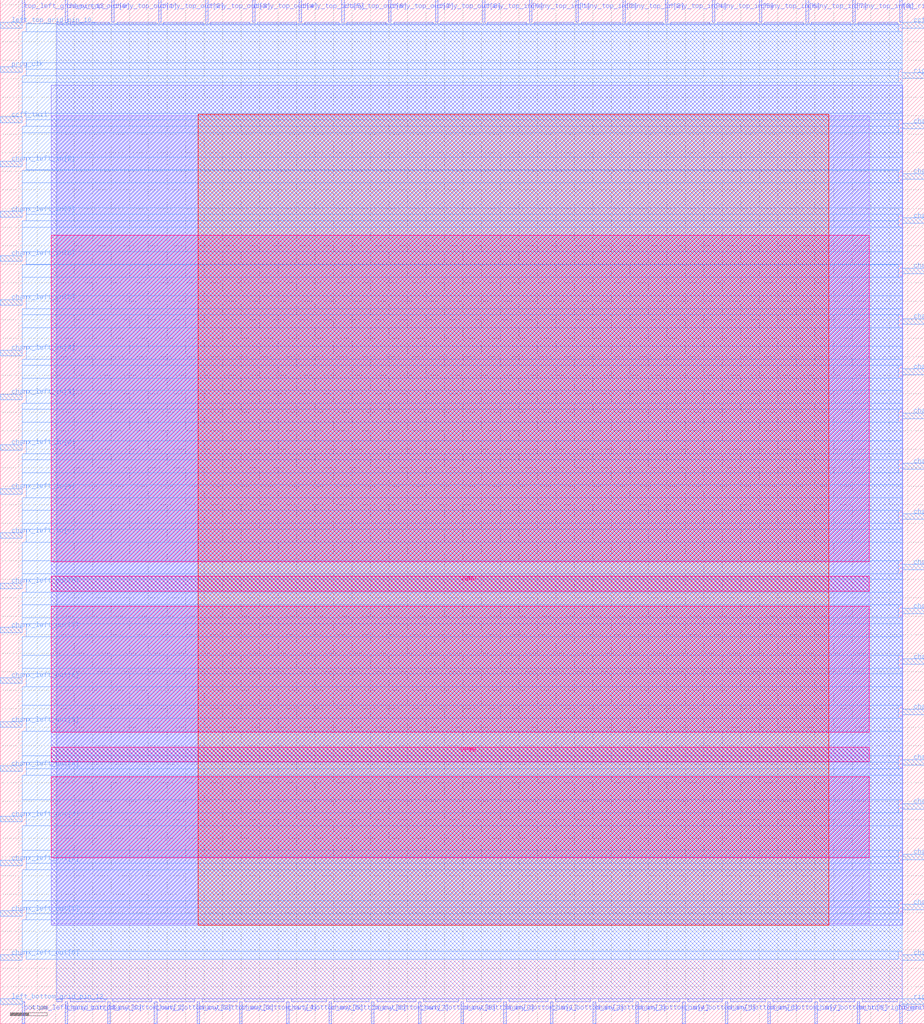
<source format=lef>
VERSION 5.7 ;
  NOWIREEXTENSIONATPIN ON ;
  DIVIDERCHAR "/" ;
  BUSBITCHARS "[]" ;
MACRO sb_1__1_
  CLASS BLOCK ;
  FOREIGN sb_1__1_ ;
  ORIGIN 0.000 0.000 ;
  SIZE 99.795 BY 110.515 ;
  PIN bottom_left_grid_pin_13_
    DIRECTION INPUT ;
    PORT
      LAYER met2 ;
        RECT 2.390 0.000 2.670 2.400 ;
    END
  END bottom_left_grid_pin_13_
  PIN bottom_right_grid_pin_11_
    DIRECTION INPUT ;
    PORT
      LAYER met2 ;
        RECT 92.550 0.000 92.830 2.400 ;
    END
  END bottom_right_grid_pin_11_
  PIN ccff_head
    DIRECTION INPUT ;
    PORT
      LAYER met3 ;
        RECT 97.395 107.480 99.795 108.080 ;
    END
  END ccff_head
  PIN ccff_tail
    DIRECTION OUTPUT TRISTATE ;
    PORT
      LAYER met3 ;
        RECT 0.000 97.280 2.400 97.880 ;
    END
  END ccff_tail
  PIN chanx_left_in[0]
    DIRECTION INPUT ;
    PORT
      LAYER met3 ;
        RECT 0.000 52.400 2.400 53.000 ;
    END
  END chanx_left_in[0]
  PIN chanx_left_in[1]
    DIRECTION INPUT ;
    PORT
      LAYER met3 ;
        RECT 0.000 57.160 2.400 57.760 ;
    END
  END chanx_left_in[1]
  PIN chanx_left_in[2]
    DIRECTION INPUT ;
    PORT
      LAYER met3 ;
        RECT 0.000 61.920 2.400 62.520 ;
    END
  END chanx_left_in[2]
  PIN chanx_left_in[3]
    DIRECTION INPUT ;
    PORT
      LAYER met3 ;
        RECT 0.000 67.360 2.400 67.960 ;
    END
  END chanx_left_in[3]
  PIN chanx_left_in[4]
    DIRECTION INPUT ;
    PORT
      LAYER met3 ;
        RECT 0.000 72.120 2.400 72.720 ;
    END
  END chanx_left_in[4]
  PIN chanx_left_in[5]
    DIRECTION INPUT ;
    PORT
      LAYER met3 ;
        RECT 0.000 77.560 2.400 78.160 ;
    END
  END chanx_left_in[5]
  PIN chanx_left_in[6]
    DIRECTION INPUT ;
    PORT
      LAYER met3 ;
        RECT 0.000 82.320 2.400 82.920 ;
    END
  END chanx_left_in[6]
  PIN chanx_left_in[7]
    DIRECTION INPUT ;
    PORT
      LAYER met3 ;
        RECT 0.000 87.080 2.400 87.680 ;
    END
  END chanx_left_in[7]
  PIN chanx_left_in[8]
    DIRECTION INPUT ;
    PORT
      LAYER met3 ;
        RECT 0.000 92.520 2.400 93.120 ;
    END
  END chanx_left_in[8]
  PIN chanx_left_out[0]
    DIRECTION OUTPUT TRISTATE ;
    PORT
      LAYER met3 ;
        RECT 0.000 6.840 2.400 7.440 ;
    END
  END chanx_left_out[0]
  PIN chanx_left_out[1]
    DIRECTION OUTPUT TRISTATE ;
    PORT
      LAYER met3 ;
        RECT 0.000 11.600 2.400 12.200 ;
    END
  END chanx_left_out[1]
  PIN chanx_left_out[2]
    DIRECTION OUTPUT TRISTATE ;
    PORT
      LAYER met3 ;
        RECT 0.000 17.040 2.400 17.640 ;
    END
  END chanx_left_out[2]
  PIN chanx_left_out[3]
    DIRECTION OUTPUT TRISTATE ;
    PORT
      LAYER met3 ;
        RECT 0.000 21.800 2.400 22.400 ;
    END
  END chanx_left_out[3]
  PIN chanx_left_out[4]
    DIRECTION OUTPUT TRISTATE ;
    PORT
      LAYER met3 ;
        RECT 0.000 27.240 2.400 27.840 ;
    END
  END chanx_left_out[4]
  PIN chanx_left_out[5]
    DIRECTION OUTPUT TRISTATE ;
    PORT
      LAYER met3 ;
        RECT 0.000 32.000 2.400 32.600 ;
    END
  END chanx_left_out[5]
  PIN chanx_left_out[6]
    DIRECTION OUTPUT TRISTATE ;
    PORT
      LAYER met3 ;
        RECT 0.000 36.760 2.400 37.360 ;
    END
  END chanx_left_out[6]
  PIN chanx_left_out[7]
    DIRECTION OUTPUT TRISTATE ;
    PORT
      LAYER met3 ;
        RECT 0.000 42.200 2.400 42.800 ;
    END
  END chanx_left_out[7]
  PIN chanx_left_out[8]
    DIRECTION OUTPUT TRISTATE ;
    PORT
      LAYER met3 ;
        RECT 0.000 46.960 2.400 47.560 ;
    END
  END chanx_left_out[8]
  PIN chanx_right_in[0]
    DIRECTION INPUT ;
    PORT
      LAYER met3 ;
        RECT 97.395 54.440 99.795 55.040 ;
    END
  END chanx_right_in[0]
  PIN chanx_right_in[1]
    DIRECTION INPUT ;
    PORT
      LAYER met3 ;
        RECT 97.395 59.880 99.795 60.480 ;
    END
  END chanx_right_in[1]
  PIN chanx_right_in[2]
    DIRECTION INPUT ;
    PORT
      LAYER met3 ;
        RECT 97.395 65.320 99.795 65.920 ;
    END
  END chanx_right_in[2]
  PIN chanx_right_in[3]
    DIRECTION INPUT ;
    PORT
      LAYER met3 ;
        RECT 97.395 70.080 99.795 70.680 ;
    END
  END chanx_right_in[3]
  PIN chanx_right_in[4]
    DIRECTION INPUT ;
    PORT
      LAYER met3 ;
        RECT 97.395 75.520 99.795 76.120 ;
    END
  END chanx_right_in[4]
  PIN chanx_right_in[5]
    DIRECTION INPUT ;
    PORT
      LAYER met3 ;
        RECT 97.395 80.960 99.795 81.560 ;
    END
  END chanx_right_in[5]
  PIN chanx_right_in[6]
    DIRECTION INPUT ;
    PORT
      LAYER met3 ;
        RECT 97.395 86.400 99.795 87.000 ;
    END
  END chanx_right_in[6]
  PIN chanx_right_in[7]
    DIRECTION INPUT ;
    PORT
      LAYER met3 ;
        RECT 97.395 91.160 99.795 91.760 ;
    END
  END chanx_right_in[7]
  PIN chanx_right_in[8]
    DIRECTION INPUT ;
    PORT
      LAYER met3 ;
        RECT 97.395 96.600 99.795 97.200 ;
    END
  END chanx_right_in[8]
  PIN chanx_right_out[0]
    DIRECTION OUTPUT TRISTATE ;
    PORT
      LAYER met3 ;
        RECT 97.395 6.840 99.795 7.440 ;
    END
  END chanx_right_out[0]
  PIN chanx_right_out[1]
    DIRECTION OUTPUT TRISTATE ;
    PORT
      LAYER met3 ;
        RECT 97.395 12.280 99.795 12.880 ;
    END
  END chanx_right_out[1]
  PIN chanx_right_out[2]
    DIRECTION OUTPUT TRISTATE ;
    PORT
      LAYER met3 ;
        RECT 97.395 17.720 99.795 18.320 ;
    END
  END chanx_right_out[2]
  PIN chanx_right_out[3]
    DIRECTION OUTPUT TRISTATE ;
    PORT
      LAYER met3 ;
        RECT 97.395 23.160 99.795 23.760 ;
    END
  END chanx_right_out[3]
  PIN chanx_right_out[4]
    DIRECTION OUTPUT TRISTATE ;
    PORT
      LAYER met3 ;
        RECT 97.395 27.920 99.795 28.520 ;
    END
  END chanx_right_out[4]
  PIN chanx_right_out[5]
    DIRECTION OUTPUT TRISTATE ;
    PORT
      LAYER met3 ;
        RECT 97.395 33.360 99.795 33.960 ;
    END
  END chanx_right_out[5]
  PIN chanx_right_out[6]
    DIRECTION OUTPUT TRISTATE ;
    PORT
      LAYER met3 ;
        RECT 97.395 38.800 99.795 39.400 ;
    END
  END chanx_right_out[6]
  PIN chanx_right_out[7]
    DIRECTION OUTPUT TRISTATE ;
    PORT
      LAYER met3 ;
        RECT 97.395 44.240 99.795 44.840 ;
    END
  END chanx_right_out[7]
  PIN chanx_right_out[8]
    DIRECTION OUTPUT TRISTATE ;
    PORT
      LAYER met3 ;
        RECT 97.395 49.000 99.795 49.600 ;
    END
  END chanx_right_out[8]
  PIN chany_bottom_in[0]
    DIRECTION INPUT ;
    PORT
      LAYER met2 ;
        RECT 49.770 0.000 50.050 2.400 ;
    END
  END chany_bottom_in[0]
  PIN chany_bottom_in[1]
    DIRECTION INPUT ;
    PORT
      LAYER met2 ;
        RECT 54.370 0.000 54.650 2.400 ;
    END
  END chany_bottom_in[1]
  PIN chany_bottom_in[2]
    DIRECTION INPUT ;
    PORT
      LAYER met2 ;
        RECT 59.430 0.000 59.710 2.400 ;
    END
  END chany_bottom_in[2]
  PIN chany_bottom_in[3]
    DIRECTION INPUT ;
    PORT
      LAYER met2 ;
        RECT 64.030 0.000 64.310 2.400 ;
    END
  END chany_bottom_in[3]
  PIN chany_bottom_in[4]
    DIRECTION INPUT ;
    PORT
      LAYER met2 ;
        RECT 68.630 0.000 68.910 2.400 ;
    END
  END chany_bottom_in[4]
  PIN chany_bottom_in[5]
    DIRECTION INPUT ;
    PORT
      LAYER met2 ;
        RECT 73.690 0.000 73.970 2.400 ;
    END
  END chany_bottom_in[5]
  PIN chany_bottom_in[6]
    DIRECTION INPUT ;
    PORT
      LAYER met2 ;
        RECT 78.290 0.000 78.570 2.400 ;
    END
  END chany_bottom_in[6]
  PIN chany_bottom_in[7]
    DIRECTION INPUT ;
    PORT
      LAYER met2 ;
        RECT 82.890 0.000 83.170 2.400 ;
    END
  END chany_bottom_in[7]
  PIN chany_bottom_in[8]
    DIRECTION INPUT ;
    PORT
      LAYER met2 ;
        RECT 87.950 0.000 88.230 2.400 ;
    END
  END chany_bottom_in[8]
  PIN chany_bottom_out[0]
    DIRECTION OUTPUT TRISTATE ;
    PORT
      LAYER met2 ;
        RECT 6.990 0.000 7.270 2.400 ;
    END
  END chany_bottom_out[0]
  PIN chany_bottom_out[1]
    DIRECTION OUTPUT TRISTATE ;
    PORT
      LAYER met2 ;
        RECT 11.590 0.000 11.870 2.400 ;
    END
  END chany_bottom_out[1]
  PIN chany_bottom_out[2]
    DIRECTION OUTPUT TRISTATE ;
    PORT
      LAYER met2 ;
        RECT 16.650 0.000 16.930 2.400 ;
    END
  END chany_bottom_out[2]
  PIN chany_bottom_out[3]
    DIRECTION OUTPUT TRISTATE ;
    PORT
      LAYER met2 ;
        RECT 21.250 0.000 21.530 2.400 ;
    END
  END chany_bottom_out[3]
  PIN chany_bottom_out[4]
    DIRECTION OUTPUT TRISTATE ;
    PORT
      LAYER met2 ;
        RECT 25.850 0.000 26.130 2.400 ;
    END
  END chany_bottom_out[4]
  PIN chany_bottom_out[5]
    DIRECTION OUTPUT TRISTATE ;
    PORT
      LAYER met2 ;
        RECT 30.910 0.000 31.190 2.400 ;
    END
  END chany_bottom_out[5]
  PIN chany_bottom_out[6]
    DIRECTION OUTPUT TRISTATE ;
    PORT
      LAYER met2 ;
        RECT 35.510 0.000 35.790 2.400 ;
    END
  END chany_bottom_out[6]
  PIN chany_bottom_out[7]
    DIRECTION OUTPUT TRISTATE ;
    PORT
      LAYER met2 ;
        RECT 40.110 0.000 40.390 2.400 ;
    END
  END chany_bottom_out[7]
  PIN chany_bottom_out[8]
    DIRECTION OUTPUT TRISTATE ;
    PORT
      LAYER met2 ;
        RECT 45.170 0.000 45.450 2.400 ;
    END
  END chany_bottom_out[8]
  PIN chany_top_in[0]
    DIRECTION INPUT ;
    PORT
      LAYER met2 ;
        RECT 52.070 108.115 52.350 110.515 ;
    END
  END chany_top_in[0]
  PIN chany_top_in[1]
    DIRECTION INPUT ;
    PORT
      LAYER met2 ;
        RECT 57.130 108.115 57.410 110.515 ;
    END
  END chany_top_in[1]
  PIN chany_top_in[2]
    DIRECTION INPUT ;
    PORT
      LAYER met2 ;
        RECT 62.190 108.115 62.470 110.515 ;
    END
  END chany_top_in[2]
  PIN chany_top_in[3]
    DIRECTION INPUT ;
    PORT
      LAYER met2 ;
        RECT 67.250 108.115 67.530 110.515 ;
    END
  END chany_top_in[3]
  PIN chany_top_in[4]
    DIRECTION INPUT ;
    PORT
      LAYER met2 ;
        RECT 71.850 108.115 72.130 110.515 ;
    END
  END chany_top_in[4]
  PIN chany_top_in[5]
    DIRECTION INPUT ;
    PORT
      LAYER met2 ;
        RECT 76.910 108.115 77.190 110.515 ;
    END
  END chany_top_in[5]
  PIN chany_top_in[6]
    DIRECTION INPUT ;
    PORT
      LAYER met2 ;
        RECT 81.970 108.115 82.250 110.515 ;
    END
  END chany_top_in[6]
  PIN chany_top_in[7]
    DIRECTION INPUT ;
    PORT
      LAYER met2 ;
        RECT 87.030 108.115 87.310 110.515 ;
    END
  END chany_top_in[7]
  PIN chany_top_in[8]
    DIRECTION INPUT ;
    PORT
      LAYER met2 ;
        RECT 92.090 108.115 92.370 110.515 ;
    END
  END chany_top_in[8]
  PIN chany_top_out[0]
    DIRECTION OUTPUT TRISTATE ;
    PORT
      LAYER met2 ;
        RECT 6.990 108.115 7.270 110.515 ;
    END
  END chany_top_out[0]
  PIN chany_top_out[1]
    DIRECTION OUTPUT TRISTATE ;
    PORT
      LAYER met2 ;
        RECT 12.050 108.115 12.330 110.515 ;
    END
  END chany_top_out[1]
  PIN chany_top_out[2]
    DIRECTION OUTPUT TRISTATE ;
    PORT
      LAYER met2 ;
        RECT 17.110 108.115 17.390 110.515 ;
    END
  END chany_top_out[2]
  PIN chany_top_out[3]
    DIRECTION OUTPUT TRISTATE ;
    PORT
      LAYER met2 ;
        RECT 22.170 108.115 22.450 110.515 ;
    END
  END chany_top_out[3]
  PIN chany_top_out[4]
    DIRECTION OUTPUT TRISTATE ;
    PORT
      LAYER met2 ;
        RECT 27.230 108.115 27.510 110.515 ;
    END
  END chany_top_out[4]
  PIN chany_top_out[5]
    DIRECTION OUTPUT TRISTATE ;
    PORT
      LAYER met2 ;
        RECT 32.290 108.115 32.570 110.515 ;
    END
  END chany_top_out[5]
  PIN chany_top_out[6]
    DIRECTION OUTPUT TRISTATE ;
    PORT
      LAYER met2 ;
        RECT 36.890 108.115 37.170 110.515 ;
    END
  END chany_top_out[6]
  PIN chany_top_out[7]
    DIRECTION OUTPUT TRISTATE ;
    PORT
      LAYER met2 ;
        RECT 41.950 108.115 42.230 110.515 ;
    END
  END chany_top_out[7]
  PIN chany_top_out[8]
    DIRECTION OUTPUT TRISTATE ;
    PORT
      LAYER met2 ;
        RECT 47.010 108.115 47.290 110.515 ;
    END
  END chany_top_out[8]
  PIN left_bottom_grid_pin_12_
    DIRECTION INPUT ;
    PORT
      LAYER met3 ;
        RECT 0.000 2.080 2.400 2.680 ;
    END
  END left_bottom_grid_pin_12_
  PIN left_top_grid_pin_10_
    DIRECTION INPUT ;
    PORT
      LAYER met3 ;
        RECT 0.000 107.480 2.400 108.080 ;
    END
  END left_top_grid_pin_10_
  PIN pReset
    DIRECTION INPUT ;
    PORT
      LAYER met2 ;
        RECT 97.150 0.000 97.430 2.400 ;
    END
  END pReset
  PIN prog_clk
    DIRECTION INPUT ;
    PORT
      LAYER met3 ;
        RECT 0.000 102.720 2.400 103.320 ;
    END
  END prog_clk
  PIN right_bottom_grid_pin_12_
    DIRECTION INPUT ;
    PORT
      LAYER met3 ;
        RECT 97.395 2.080 99.795 2.680 ;
    END
  END right_bottom_grid_pin_12_
  PIN right_top_grid_pin_10_
    DIRECTION INPUT ;
    PORT
      LAYER met3 ;
        RECT 97.395 102.040 99.795 102.640 ;
    END
  END right_top_grid_pin_10_
  PIN top_left_grid_pin_13_
    DIRECTION INPUT ;
    PORT
      LAYER met2 ;
        RECT 2.390 108.115 2.670 110.515 ;
    END
  END top_left_grid_pin_13_
  PIN top_right_grid_pin_11_
    DIRECTION INPUT ;
    PORT
      LAYER met2 ;
        RECT 97.150 108.115 97.430 110.515 ;
    END
  END top_right_grid_pin_11_
  PIN VPWR
    DIRECTION INPUT ;
    USE POWER ;
    PORT
      LAYER met5 ;
        RECT 5.520 28.260 93.840 29.860 ;
    END
  END VPWR
  PIN VGND
    DIRECTION INPUT ;
    USE GROUND ;
    PORT
      LAYER met5 ;
        RECT 5.520 46.680 93.840 48.280 ;
    END
  END VGND
  OBS
      LAYER li1 ;
        RECT 5.520 10.795 93.840 98.005 ;
      LAYER met1 ;
        RECT 5.520 10.640 97.450 101.280 ;
      LAYER met2 ;
        RECT 6.080 107.835 6.710 108.115 ;
        RECT 7.550 107.835 11.770 108.115 ;
        RECT 12.610 107.835 16.830 108.115 ;
        RECT 17.670 107.835 21.890 108.115 ;
        RECT 22.730 107.835 26.950 108.115 ;
        RECT 27.790 107.835 32.010 108.115 ;
        RECT 32.850 107.835 36.610 108.115 ;
        RECT 37.450 107.835 41.670 108.115 ;
        RECT 42.510 107.835 46.730 108.115 ;
        RECT 47.570 107.835 51.790 108.115 ;
        RECT 52.630 107.835 56.850 108.115 ;
        RECT 57.690 107.835 61.910 108.115 ;
        RECT 62.750 107.835 66.970 108.115 ;
        RECT 67.810 107.835 71.570 108.115 ;
        RECT 72.410 107.835 76.630 108.115 ;
        RECT 77.470 107.835 81.690 108.115 ;
        RECT 82.530 107.835 86.750 108.115 ;
        RECT 87.590 107.835 91.810 108.115 ;
        RECT 92.650 107.835 96.870 108.115 ;
        RECT 6.080 2.680 97.420 107.835 ;
        RECT 6.080 2.400 6.710 2.680 ;
        RECT 7.550 2.400 11.310 2.680 ;
        RECT 12.150 2.400 16.370 2.680 ;
        RECT 17.210 2.400 20.970 2.680 ;
        RECT 21.810 2.400 25.570 2.680 ;
        RECT 26.410 2.400 30.630 2.680 ;
        RECT 31.470 2.400 35.230 2.680 ;
        RECT 36.070 2.400 39.830 2.680 ;
        RECT 40.670 2.400 44.890 2.680 ;
        RECT 45.730 2.400 49.490 2.680 ;
        RECT 50.330 2.400 54.090 2.680 ;
        RECT 54.930 2.400 59.150 2.680 ;
        RECT 59.990 2.400 63.750 2.680 ;
        RECT 64.590 2.400 68.350 2.680 ;
        RECT 69.190 2.400 73.410 2.680 ;
        RECT 74.250 2.400 78.010 2.680 ;
        RECT 78.850 2.400 82.610 2.680 ;
        RECT 83.450 2.400 87.670 2.680 ;
        RECT 88.510 2.400 92.270 2.680 ;
        RECT 93.110 2.400 96.870 2.680 ;
      LAYER met3 ;
        RECT 2.800 107.080 96.995 107.945 ;
        RECT 2.400 103.720 97.395 107.080 ;
        RECT 2.800 103.040 97.395 103.720 ;
        RECT 2.800 102.320 96.995 103.040 ;
        RECT 2.400 101.640 96.995 102.320 ;
        RECT 2.400 98.280 97.395 101.640 ;
        RECT 2.800 97.600 97.395 98.280 ;
        RECT 2.800 96.880 96.995 97.600 ;
        RECT 2.400 96.200 96.995 96.880 ;
        RECT 2.400 93.520 97.395 96.200 ;
        RECT 2.800 92.160 97.395 93.520 ;
        RECT 2.800 92.120 96.995 92.160 ;
        RECT 2.400 90.760 96.995 92.120 ;
        RECT 2.400 88.080 97.395 90.760 ;
        RECT 2.800 87.400 97.395 88.080 ;
        RECT 2.800 86.680 96.995 87.400 ;
        RECT 2.400 86.000 96.995 86.680 ;
        RECT 2.400 83.320 97.395 86.000 ;
        RECT 2.800 81.960 97.395 83.320 ;
        RECT 2.800 81.920 96.995 81.960 ;
        RECT 2.400 80.560 96.995 81.920 ;
        RECT 2.400 78.560 97.395 80.560 ;
        RECT 2.800 77.160 97.395 78.560 ;
        RECT 2.400 76.520 97.395 77.160 ;
        RECT 2.400 75.120 96.995 76.520 ;
        RECT 2.400 73.120 97.395 75.120 ;
        RECT 2.800 71.720 97.395 73.120 ;
        RECT 2.400 71.080 97.395 71.720 ;
        RECT 2.400 69.680 96.995 71.080 ;
        RECT 2.400 68.360 97.395 69.680 ;
        RECT 2.800 66.960 97.395 68.360 ;
        RECT 2.400 66.320 97.395 66.960 ;
        RECT 2.400 64.920 96.995 66.320 ;
        RECT 2.400 62.920 97.395 64.920 ;
        RECT 2.800 61.520 97.395 62.920 ;
        RECT 2.400 60.880 97.395 61.520 ;
        RECT 2.400 59.480 96.995 60.880 ;
        RECT 2.400 58.160 97.395 59.480 ;
        RECT 2.800 56.760 97.395 58.160 ;
        RECT 2.400 55.440 97.395 56.760 ;
        RECT 2.400 54.040 96.995 55.440 ;
        RECT 2.400 53.400 97.395 54.040 ;
        RECT 2.800 52.000 97.395 53.400 ;
        RECT 2.400 50.000 97.395 52.000 ;
        RECT 2.400 48.600 96.995 50.000 ;
        RECT 2.400 47.960 97.395 48.600 ;
        RECT 2.800 46.560 97.395 47.960 ;
        RECT 2.400 45.240 97.395 46.560 ;
        RECT 2.400 43.840 96.995 45.240 ;
        RECT 2.400 43.200 97.395 43.840 ;
        RECT 2.800 41.800 97.395 43.200 ;
        RECT 2.400 39.800 97.395 41.800 ;
        RECT 2.400 38.400 96.995 39.800 ;
        RECT 2.400 37.760 97.395 38.400 ;
        RECT 2.800 36.360 97.395 37.760 ;
        RECT 2.400 34.360 97.395 36.360 ;
        RECT 2.400 33.000 96.995 34.360 ;
        RECT 2.800 32.960 96.995 33.000 ;
        RECT 2.800 31.600 97.395 32.960 ;
        RECT 2.400 28.920 97.395 31.600 ;
        RECT 2.400 28.240 96.995 28.920 ;
        RECT 2.800 27.520 96.995 28.240 ;
        RECT 2.800 26.840 97.395 27.520 ;
        RECT 2.400 24.160 97.395 26.840 ;
        RECT 2.400 22.800 96.995 24.160 ;
        RECT 2.800 22.760 96.995 22.800 ;
        RECT 2.800 21.400 97.395 22.760 ;
        RECT 2.400 18.720 97.395 21.400 ;
        RECT 2.400 18.040 96.995 18.720 ;
        RECT 2.800 17.320 96.995 18.040 ;
        RECT 2.800 16.640 97.395 17.320 ;
        RECT 2.400 13.280 97.395 16.640 ;
        RECT 2.400 12.600 96.995 13.280 ;
        RECT 2.800 11.880 96.995 12.600 ;
        RECT 2.800 11.200 97.395 11.880 ;
        RECT 2.400 7.840 97.395 11.200 ;
        RECT 2.800 6.975 96.995 7.840 ;
      LAYER met4 ;
        RECT 21.350 10.640 89.480 98.160 ;
      LAYER met5 ;
        RECT 5.520 49.880 93.840 85.115 ;
        RECT 5.520 31.460 93.840 45.080 ;
        RECT 5.520 17.900 93.840 26.660 ;
  END
END sb_1__1_
END LIBRARY


</source>
